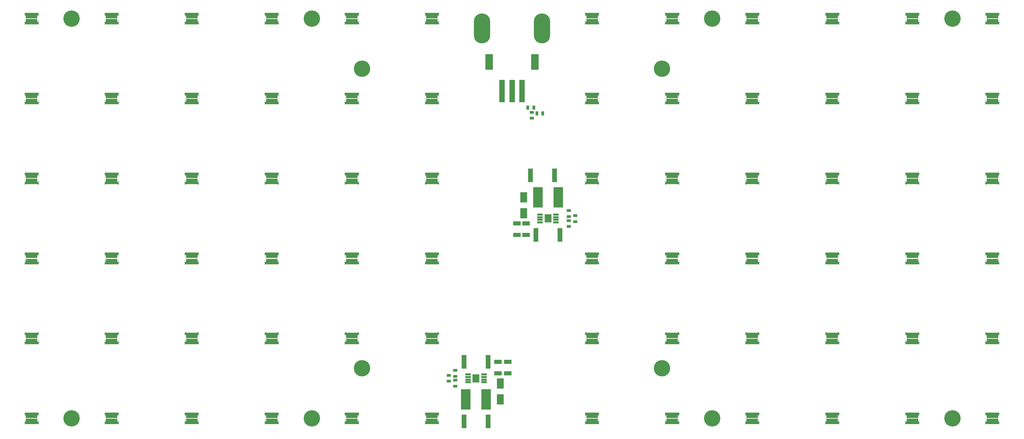
<source format=gts>
%FSLAX25Y25*%
%MOIN*%
G70*
G01*
G75*
G04 Layer_Color=8388736*
%ADD10R,0.04724X0.13386*%
%ADD11R,0.06693X0.07874*%
%ADD12R,0.05315X0.01772*%
%ADD13R,0.01378X0.02165*%
%ADD14R,0.11024X0.04921*%
%ADD15R,0.09252X0.20079*%
%ADD16R,0.06693X0.09843*%
%ADD17R,0.03543X0.02362*%
%ADD18R,0.07087X0.03543*%
%ADD19R,0.07087X0.15354*%
%ADD20R,0.05118X0.21654*%
%ADD21R,0.02362X0.03543*%
%ADD22C,0.00591*%
%ADD23C,0.01772*%
%ADD24C,0.15748*%
%ADD25O,0.15748X0.29134*%
%ADD26C,0.00984*%
%ADD27C,0.00787*%
%ADD28C,0.00100*%
%ADD29R,0.00984X0.01772*%
%ADD30R,0.10630X0.04528*%
%ADD31R,0.05118X0.13780*%
%ADD32R,0.07087X0.08268*%
%ADD33R,0.05709X0.02165*%
%ADD34R,0.01772X0.02559*%
%ADD35R,0.11417X0.05315*%
%ADD36R,0.09646X0.20472*%
%ADD37R,0.07087X0.10236*%
%ADD38R,0.03937X0.02756*%
%ADD39R,0.07480X0.03937*%
%ADD40R,0.07480X0.15748*%
%ADD41R,0.05512X0.22047*%
%ADD42R,0.02756X0.03937*%
%ADD43C,0.16142*%
%ADD44O,0.16142X0.29528*%
D31*
X-23622Y-200000D02*
D03*
X-47244D02*
D03*
X23622Y-16142D02*
D03*
X47244D02*
D03*
X-23622Y-141338D02*
D03*
X-47244D02*
D03*
X41929Y42520D02*
D03*
X18307D02*
D03*
D32*
X35433Y0D02*
D03*
X-35433Y-157480D02*
D03*
D33*
X27657Y3838D02*
D03*
Y1279D02*
D03*
Y-1280D02*
D03*
Y-3839D02*
D03*
X43209Y3838D02*
D03*
Y1279D02*
D03*
Y-1280D02*
D03*
Y-3839D02*
D03*
X-27657Y-161319D02*
D03*
Y-158760D02*
D03*
Y-156201D02*
D03*
Y-153642D02*
D03*
X-43209Y-161319D02*
D03*
Y-158760D02*
D03*
Y-156201D02*
D03*
Y-153642D02*
D03*
D34*
X466240Y201280D02*
D03*
X478642D02*
D03*
X466240Y192421D02*
D03*
X478642D02*
D03*
X-72539Y-201280D02*
D03*
X-84941D02*
D03*
X-72539Y-192421D02*
D03*
X-84941D02*
D03*
X466240Y122539D02*
D03*
X478642D02*
D03*
X466240Y113681D02*
D03*
X478642D02*
D03*
X-72539Y-122539D02*
D03*
X-84941D02*
D03*
X-72539Y-113681D02*
D03*
X-84941D02*
D03*
X466240Y43799D02*
D03*
X478642D02*
D03*
X466240Y34941D02*
D03*
X478642D02*
D03*
X-72539Y-43799D02*
D03*
X-84941D02*
D03*
X-72539Y-34941D02*
D03*
X-84941D02*
D03*
X466240Y-34941D02*
D03*
X478642D02*
D03*
X466240Y-43799D02*
D03*
X478642D02*
D03*
X-72539Y34941D02*
D03*
X-84941D02*
D03*
X-72539Y43799D02*
D03*
X-84941D02*
D03*
X466240Y-113681D02*
D03*
X478642D02*
D03*
X466240Y-122539D02*
D03*
X478642D02*
D03*
X-72539Y113681D02*
D03*
X-84941D02*
D03*
X-72539Y122539D02*
D03*
X-84941D02*
D03*
X466240Y-192421D02*
D03*
X478642D02*
D03*
X466240Y-201280D02*
D03*
X478642D02*
D03*
X-72539Y192421D02*
D03*
X-84941D02*
D03*
X-72539Y201280D02*
D03*
X-84941D02*
D03*
X387500Y201280D02*
D03*
X399902D02*
D03*
X387500Y192421D02*
D03*
X399902D02*
D03*
X-151279Y-201280D02*
D03*
X-163681D02*
D03*
X-151279Y-192421D02*
D03*
X-163681D02*
D03*
X387500Y122539D02*
D03*
X399902D02*
D03*
X387500Y113681D02*
D03*
X399902D02*
D03*
X-151279Y-122539D02*
D03*
X-163681D02*
D03*
X-151279Y-113681D02*
D03*
X-163681D02*
D03*
X387500Y43799D02*
D03*
X399902D02*
D03*
X387500Y34941D02*
D03*
X399902D02*
D03*
X-151279Y-43799D02*
D03*
X-163681D02*
D03*
X-151279Y-34941D02*
D03*
X-163681D02*
D03*
X387500Y-34941D02*
D03*
X399902D02*
D03*
X387500Y-43799D02*
D03*
X399902D02*
D03*
X-151279Y34941D02*
D03*
X-163681D02*
D03*
X-151279Y43799D02*
D03*
X-163681D02*
D03*
X387500Y-113681D02*
D03*
X399902D02*
D03*
X387500Y-122539D02*
D03*
X399902D02*
D03*
X-151279Y113681D02*
D03*
X-163681D02*
D03*
X-151279Y122539D02*
D03*
X-163681D02*
D03*
X387500Y-192421D02*
D03*
X399902D02*
D03*
X387500Y-201280D02*
D03*
X399902D02*
D03*
X-151279Y192421D02*
D03*
X-163681D02*
D03*
X-151279Y201280D02*
D03*
X-163681D02*
D03*
X308760Y201280D02*
D03*
X321162D02*
D03*
X308760Y192421D02*
D03*
X321162D02*
D03*
X-230020Y-201280D02*
D03*
X-242421D02*
D03*
X-230020Y-192421D02*
D03*
X-242421D02*
D03*
X308760Y122539D02*
D03*
X321162D02*
D03*
X308760Y113681D02*
D03*
X321162D02*
D03*
X-230020Y-122539D02*
D03*
X-242421D02*
D03*
X-230020Y-113681D02*
D03*
X-242421D02*
D03*
X308760Y43799D02*
D03*
X321162D02*
D03*
X308760Y34941D02*
D03*
X321162D02*
D03*
X-230020Y-43799D02*
D03*
X-242421D02*
D03*
X-230020Y-34941D02*
D03*
X-242421D02*
D03*
X308760Y-34941D02*
D03*
X321162D02*
D03*
X308760Y-43799D02*
D03*
X321162D02*
D03*
X-230020Y34941D02*
D03*
X-242421D02*
D03*
X-230020Y43799D02*
D03*
X-242421D02*
D03*
X308760Y-113681D02*
D03*
X321162D02*
D03*
X308760Y-122539D02*
D03*
X321162D02*
D03*
X-230020Y113681D02*
D03*
X-242421D02*
D03*
X-230020Y122539D02*
D03*
X-242421D02*
D03*
X308760Y-192421D02*
D03*
X321162D02*
D03*
X308760Y-201280D02*
D03*
X321162D02*
D03*
X-230020Y192421D02*
D03*
X-242421D02*
D03*
X-230020Y201280D02*
D03*
X-242421D02*
D03*
X230020Y201280D02*
D03*
X242421D02*
D03*
X230020Y192421D02*
D03*
X242421D02*
D03*
X-308760Y-201280D02*
D03*
X-321162D02*
D03*
X-308760Y-192421D02*
D03*
X-321162D02*
D03*
X230020Y122539D02*
D03*
X242421D02*
D03*
X230020Y113681D02*
D03*
X242421D02*
D03*
X-308760Y-122539D02*
D03*
X-321162D02*
D03*
X-308760Y-113681D02*
D03*
X-321162D02*
D03*
X230020Y43799D02*
D03*
X242421D02*
D03*
X230020Y34941D02*
D03*
X242421D02*
D03*
X-308760Y-43799D02*
D03*
X-321162D02*
D03*
X-308760Y-34941D02*
D03*
X-321162D02*
D03*
X230020Y-34941D02*
D03*
X242421D02*
D03*
X230020Y-43799D02*
D03*
X242421D02*
D03*
X-308760Y34941D02*
D03*
X-321162D02*
D03*
X-308760Y43799D02*
D03*
X-321162D02*
D03*
X230020Y-113681D02*
D03*
X242421D02*
D03*
X230020Y-122539D02*
D03*
X242421D02*
D03*
X-308760Y113681D02*
D03*
X-321162D02*
D03*
X-308760Y122539D02*
D03*
X-321162D02*
D03*
X230020Y-192421D02*
D03*
X242421D02*
D03*
X230020Y-201280D02*
D03*
X242421D02*
D03*
X-308760Y192421D02*
D03*
X-321162D02*
D03*
X-308760Y201280D02*
D03*
X-321162D02*
D03*
X151279Y201280D02*
D03*
X163681D02*
D03*
X151279Y192421D02*
D03*
X163681D02*
D03*
X-387500Y-201280D02*
D03*
X-399902D02*
D03*
X-387500Y-192421D02*
D03*
X-399902D02*
D03*
X151279Y122539D02*
D03*
X163681D02*
D03*
X151279Y113681D02*
D03*
X163681D02*
D03*
X-387500Y-122539D02*
D03*
X-399902D02*
D03*
X-387500Y-113681D02*
D03*
X-399902D02*
D03*
X151279Y43799D02*
D03*
X163681D02*
D03*
X151279Y34941D02*
D03*
X163681D02*
D03*
X-387500Y-43799D02*
D03*
X-399902D02*
D03*
X-387500Y-34941D02*
D03*
X-399902D02*
D03*
X151279Y-34941D02*
D03*
X163681D02*
D03*
X151279Y-43799D02*
D03*
X163681D02*
D03*
X-387500Y34941D02*
D03*
X-399902D02*
D03*
X-387500Y43799D02*
D03*
X-399902D02*
D03*
X151279Y-113681D02*
D03*
X163681D02*
D03*
X151279Y-122539D02*
D03*
X163681D02*
D03*
X-387500Y113681D02*
D03*
X-399902D02*
D03*
X-387500Y122539D02*
D03*
X-399902D02*
D03*
X151279Y-192421D02*
D03*
X163681D02*
D03*
X151279Y-201280D02*
D03*
X163681D02*
D03*
X-387500Y192421D02*
D03*
X-399902D02*
D03*
X-387500Y201280D02*
D03*
X-399902D02*
D03*
X72539Y201280D02*
D03*
X84941D02*
D03*
X72539Y192421D02*
D03*
X84941D02*
D03*
X-466240Y-201280D02*
D03*
X-478642D02*
D03*
X-466240Y-192421D02*
D03*
X-478642D02*
D03*
X72539Y122539D02*
D03*
X84941D02*
D03*
X72539Y113681D02*
D03*
X84941D02*
D03*
X-466240Y-122539D02*
D03*
X-478642D02*
D03*
X-466240Y-113681D02*
D03*
X-478642D02*
D03*
X72539Y43799D02*
D03*
X84941D02*
D03*
X72539Y34941D02*
D03*
X84941D02*
D03*
X-466240Y-43799D02*
D03*
X-478642D02*
D03*
X-466240Y-34941D02*
D03*
X-478642D02*
D03*
X72539Y-34941D02*
D03*
X84941D02*
D03*
X72539Y-43799D02*
D03*
X84941D02*
D03*
X-466240Y34941D02*
D03*
X-478642D02*
D03*
X-466240Y43799D02*
D03*
X-478642D02*
D03*
X72539Y-113681D02*
D03*
X84941D02*
D03*
X72539Y-122539D02*
D03*
X84941D02*
D03*
X-466240Y113681D02*
D03*
X-478642D02*
D03*
X-466240Y122539D02*
D03*
X-478642D02*
D03*
X72539Y-192421D02*
D03*
X84941D02*
D03*
X72539Y-201280D02*
D03*
X84941D02*
D03*
X-466240Y192421D02*
D03*
X-478642D02*
D03*
X-466240Y201280D02*
D03*
X-478642D02*
D03*
D35*
X472441Y199902D02*
D03*
Y193799D02*
D03*
X-78740Y-199902D02*
D03*
Y-193799D02*
D03*
X472441Y121161D02*
D03*
Y115059D02*
D03*
X-78740Y-121161D02*
D03*
Y-115059D02*
D03*
X472441Y42421D02*
D03*
Y36319D02*
D03*
X-78740Y-42421D02*
D03*
Y-36319D02*
D03*
X472441Y-36319D02*
D03*
Y-42421D02*
D03*
X-78740Y36319D02*
D03*
Y42421D02*
D03*
X472441Y-115059D02*
D03*
Y-121161D02*
D03*
X-78740Y115059D02*
D03*
Y121161D02*
D03*
X472441Y-193799D02*
D03*
Y-199902D02*
D03*
X-78740Y193799D02*
D03*
Y199902D02*
D03*
X393701Y199902D02*
D03*
Y193799D02*
D03*
X-157480Y-199902D02*
D03*
Y-193799D02*
D03*
X393701Y121161D02*
D03*
Y115059D02*
D03*
X-157480Y-121161D02*
D03*
Y-115059D02*
D03*
X393701Y42421D02*
D03*
Y36319D02*
D03*
X-157480Y-42421D02*
D03*
Y-36319D02*
D03*
X393701Y-36319D02*
D03*
Y-42421D02*
D03*
X-157480Y36319D02*
D03*
Y42421D02*
D03*
X393701Y-115059D02*
D03*
Y-121161D02*
D03*
X-157480Y115059D02*
D03*
Y121161D02*
D03*
X393701Y-193799D02*
D03*
Y-199902D02*
D03*
X-157480Y193799D02*
D03*
Y199902D02*
D03*
X314961Y199902D02*
D03*
Y193799D02*
D03*
X-236220Y-199902D02*
D03*
Y-193799D02*
D03*
X314961Y121161D02*
D03*
Y115059D02*
D03*
X-236220Y-121161D02*
D03*
Y-115059D02*
D03*
X314961Y42421D02*
D03*
Y36319D02*
D03*
X-236220Y-42421D02*
D03*
Y-36319D02*
D03*
X314961Y-36319D02*
D03*
Y-42421D02*
D03*
X-236220Y36319D02*
D03*
Y42421D02*
D03*
X314961Y-115059D02*
D03*
Y-121161D02*
D03*
X-236220Y115059D02*
D03*
Y121161D02*
D03*
X314961Y-193799D02*
D03*
Y-199902D02*
D03*
X-236220Y193799D02*
D03*
Y199902D02*
D03*
X236220Y199902D02*
D03*
Y193799D02*
D03*
X-314961Y-199902D02*
D03*
Y-193799D02*
D03*
X236220Y121161D02*
D03*
Y115059D02*
D03*
X-314961Y-121161D02*
D03*
Y-115059D02*
D03*
X236220Y42421D02*
D03*
Y36319D02*
D03*
X-314961Y-42421D02*
D03*
Y-36319D02*
D03*
X236220Y-36319D02*
D03*
Y-42421D02*
D03*
X-314961Y36319D02*
D03*
Y42421D02*
D03*
X236220Y-115059D02*
D03*
Y-121161D02*
D03*
X-314961Y115059D02*
D03*
Y121161D02*
D03*
X236220Y-193799D02*
D03*
Y-199902D02*
D03*
X-314961Y193799D02*
D03*
Y199902D02*
D03*
X157480Y199902D02*
D03*
Y193799D02*
D03*
X-393701Y-199902D02*
D03*
Y-193799D02*
D03*
X157480Y121161D02*
D03*
Y115059D02*
D03*
X-393701Y-121161D02*
D03*
Y-115059D02*
D03*
X157480Y42421D02*
D03*
Y36319D02*
D03*
X-393701Y-42421D02*
D03*
Y-36319D02*
D03*
X157480Y-36319D02*
D03*
Y-42421D02*
D03*
X-393701Y36319D02*
D03*
Y42421D02*
D03*
X157480Y-115059D02*
D03*
Y-121161D02*
D03*
X-393701Y115059D02*
D03*
Y121161D02*
D03*
X157480Y-193799D02*
D03*
Y-199902D02*
D03*
X-393701Y193799D02*
D03*
Y199902D02*
D03*
X78740Y199902D02*
D03*
Y193799D02*
D03*
X-472441Y-199902D02*
D03*
Y-193799D02*
D03*
X78740Y121161D02*
D03*
Y115059D02*
D03*
X-472441Y-121161D02*
D03*
Y-115059D02*
D03*
X78740Y42421D02*
D03*
Y36319D02*
D03*
X-472441Y-42421D02*
D03*
Y-36319D02*
D03*
X78740Y-36319D02*
D03*
Y-42421D02*
D03*
X-472441Y36319D02*
D03*
Y42421D02*
D03*
X78740Y-115059D02*
D03*
Y-121161D02*
D03*
X-472441Y115059D02*
D03*
Y121161D02*
D03*
X78740Y-193799D02*
D03*
Y-199902D02*
D03*
X-472441Y193799D02*
D03*
Y199902D02*
D03*
D36*
X25492Y20866D02*
D03*
X45374D02*
D03*
X-25492Y-178346D02*
D03*
X-45374D02*
D03*
D37*
X11417Y20866D02*
D03*
Y5118D02*
D03*
X-11417Y-178346D02*
D03*
Y-162598D02*
D03*
D38*
X62008Y-3051D02*
D03*
Y2854D02*
D03*
X-62008Y-154429D02*
D03*
Y-160335D02*
D03*
X55905Y7776D02*
D03*
Y1870D02*
D03*
X-55905Y-165256D02*
D03*
Y-159350D02*
D03*
X55905Y-2067D02*
D03*
Y-7973D02*
D03*
X-55905Y-155413D02*
D03*
Y-149508D02*
D03*
X19488Y98721D02*
D03*
Y104626D02*
D03*
D39*
X4724Y-16339D02*
D03*
Y-4921D02*
D03*
X-4331Y-141142D02*
D03*
Y-152559D02*
D03*
X13779Y-16339D02*
D03*
Y-4921D02*
D03*
X-13779Y-141142D02*
D03*
Y-152559D02*
D03*
D40*
X22441Y154134D02*
D03*
X-22441D02*
D03*
D41*
X-9842Y125394D02*
D03*
X-0D02*
D03*
X9843D02*
D03*
D42*
X15650Y109153D02*
D03*
X21555D02*
D03*
X30315Y103543D02*
D03*
X24409D02*
D03*
D43*
X196850Y-196850D02*
D03*
Y196850D02*
D03*
X-196851D02*
D03*
Y-196850D02*
D03*
X-147638Y147638D02*
D03*
Y-147638D02*
D03*
X147638D02*
D03*
Y147638D02*
D03*
X-433071Y196850D02*
D03*
X433071Y196850D02*
D03*
Y-196850D02*
D03*
X-433071D02*
D03*
D44*
X29528Y187008D02*
D03*
X-29528D02*
D03*
M02*

</source>
